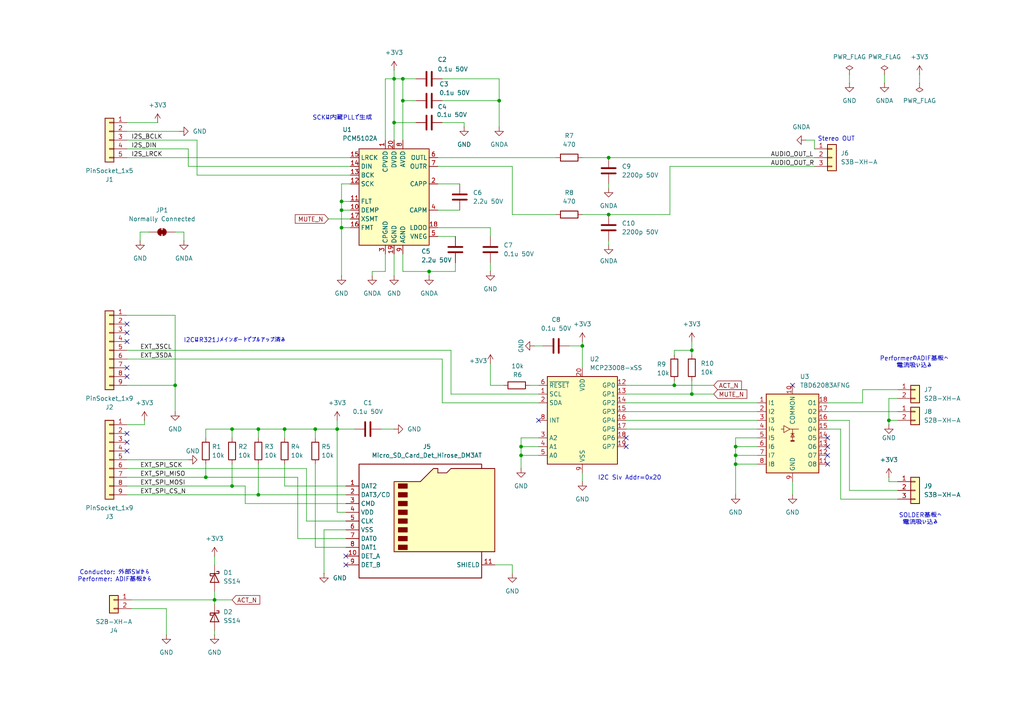
<source format=kicad_sch>
(kicad_sch (version 20250114) (generator "eeschema") (generator_version "9.0")
  (paper "A4")
  (title_block (title "週10で松屋 ADIF基板") (date "2025-11-04") (rev "1.0"))
  (lib_symbols
    (symbol "Audio:PCM5102A"
      (property "Reference" "U" (at -10.16 13.97 0))
      (property "Value" "PCM5102A" (at 3.81 13.97 0))
      (symbol "PCM5102A_0_1"
        (rectangle (start -10.16 12.7) (end 10.16 -15.24) (stroke (width 0.254)) (fill (type background)))
      )
      (symbol "PCM5102A_1_1"
        (pin input line (at -12.7 10.16 0) (length 2.54) (name "LRCK") (number "15"))
        (pin input line (at -12.7 7.62 0) (length 2.54) (name "DIN") (number "14"))
        (pin input line (at -12.7 5.08 0) (length 2.54) (name "BCK") (number "13"))
        (pin input line (at -12.7 2.54 0) (length 2.54) (name "SCK") (number "12"))
        (pin input line (at -12.7 -2.54 0) (length 2.54) (name "FLT") (number "11"))
        (pin input line (at -12.7 -5.08 0) (length 2.54) (name "DEMP") (number "10"))
        (pin input line (at -12.7 -7.62 0) (length 2.54) (name "XSMT") (number "17"))
        (pin input line (at -12.7 -10.16 0) (length 2.54) (name "FMT") (number "16"))
        (pin passive line (at -2.54 15.24 270) (length 2.54) (name "CPVDD") (number "1"))
        (pin power_in line (at -2.54 -17.78 90) (length 2.54) (name "CPGND") (number "3"))
        (pin power_in line (at 0 15.24 270) (length 2.54) (name "DVDD") (number "20"))
        (pin power_in line (at 0 -17.78 90) (length 2.54) (name "DGND") (number "19"))
        (pin power_in line (at 2.54 15.24 270) (length 2.54) (name "AVDD") (number "8"))
        (pin power_in line (at 2.54 -17.78 90) (length 2.54) (name "AGND") (number "9"))
        (pin output line (at 12.7 10.16 180) (length 2.54) (name "OUTL") (number "6"))
        (pin output line (at 12.7 7.62 180) (length 2.54) (name "OUTR") (number "7"))
        (pin passive line (at 12.7 2.54 180) (length 2.54) (name "CAPP") (number "2"))
        (pin passive line (at 12.7 -5.08 180) (length 2.54) (name "CAPM") (number "4"))
        (pin passive line (at 12.7 -10.16 180) (length 2.54) (name "LDOO") (number "18"))
        (pin passive line (at 12.7 -12.7 180) (length 2.54) (name "VNEG") (number "5"))
      )
    )
    (symbol "Connector:Micro_SD_Card_Det_Hirose_DM3AT"
      (property "Reference" "J" (at -16.51 17.78 0))
      (property "Value" "Micro_SD_Card_Det_Hirose_DM3AT" (at 16.51 17.78 0))
      (symbol "Micro_SD_Card_Det_Hirose_DM3AT_0_1"
        (polyline (pts (xy -8.89 -8.89) (xy -8.89 11.43) (xy -1.27 11.43) (xy 2.54 15.24) (xy 3.81 15.24) (xy 3.81 13.97) (xy 6.35 13.97) (xy 7.62 15.24) (xy 20.32 15.24) (xy 20.32 -8.89) (xy -8.89 -8.89)) (stroke (width 0.254)) (fill (type background)))
        (rectangle (start -7.62 10.795) (end -5.08 9.525) (stroke (width 0.254)) (fill (type outline)))
        (rectangle (start -7.62 8.255) (end -5.08 6.985) (stroke (width 0.254)) (fill (type outline)))
        (rectangle (start -7.62 5.715) (end -5.08 4.445) (stroke (width 0.254)) (fill (type outline)))
        (rectangle (start -7.62 3.175) (end -5.08 1.905) (stroke (width 0.254)) (fill (type outline)))
        (rectangle (start -7.62 0.635) (end -5.08 -0.635) (stroke (width 0.254)) (fill (type outline)))
        (rectangle (start -7.62 -1.905) (end -5.08 -3.175) (stroke (width 0.254)) (fill (type outline)))
        (rectangle (start -7.62 -4.445) (end -5.08 -5.715) (stroke (width 0.254)) (fill (type outline)))
        (rectangle (start -7.62 -6.985) (end -5.08 -8.255) (stroke (width 0.254)) (fill (type outline)))
        (polyline (pts (xy 16.51 15.24) (xy 16.51 16.51) (xy -19.05 16.51) (xy -19.05 -16.51) (xy 16.51 -16.51) (xy 16.51 -8.89)) (stroke (width 0.254)))
      )
      (symbol "Micro_SD_Card_Det_Hirose_DM3AT_1_1"
        (pin bidirectional line (at -22.86 10.16 0) (length 3.81) (name "DAT2") (number "1"))
        (pin bidirectional line (at -22.86 7.62 0) (length 3.81) (name "DAT3/CD") (number "2"))
        (pin input line (at -22.86 5.08 0) (length 3.81) (name "CMD") (number "3"))
        (pin power_in line (at -22.86 2.54 0) (length 3.81) (name "VDD") (number "4"))
        (pin input line (at -22.86 0 0) (length 3.81) (name "CLK") (number "5"))
        (pin power_in line (at -22.86 -2.54 0) (length 3.81) (name "VSS") (number "6"))
        (pin bidirectional line (at -22.86 -5.08 0) (length 3.81) (name "DAT0") (number "7"))
        (pin bidirectional line (at -22.86 -7.62 0) (length 3.81) (name "DAT1") (number "8"))
        (pin passive line (at -22.86 -10.16 0) (length 3.81) (name "DET_A") (number "10"))
        (pin passive line (at -22.86 -12.7 0) (length 3.81) (name "DET_B") (number "9"))
        (pin passive line (at 20.32 -12.7 180) (length 3.81) (name "SHIELD") (number "11"))
      )
    )
    (symbol "Connector_Generic:Conn_01x02" (pin_names (offset 1.016) (hide yes))
      (property "Reference" "J" (at 0 2.54 0))
      (property "Value" "Conn_01x02" (at 0 -5.08 0))
      (symbol "Conn_01x02_1_1"
        (rectangle (start -1.27 1.27) (end 1.27 -3.81) (stroke (width 0.254)) (fill (type background)))
        (rectangle (start -1.27 0.127) (end 0 -0.127) (stroke (width 0.1524)))
        (rectangle (start -1.27 -2.413) (end 0 -2.667) (stroke (width 0.1524)))
        (pin passive line (at -5.08 0 0) (length 3.81) (name "Pin_1") (number "1"))
        (pin passive line (at -5.08 -2.54 0) (length 3.81) (name "Pin_2") (number "2"))
      )
    )
    (symbol "Connector_Generic:Conn_01x03" (pin_names (offset 1.016) (hide yes))
      (property "Reference" "J" (at 0 5.08 0))
      (property "Value" "Conn_01x03" (at 0 -5.08 0))
      (symbol "Conn_01x03_1_1"
        (rectangle (start -1.27 3.81) (end 1.27 -3.81) (stroke (width 0.254)) (fill (type background)))
        (rectangle (start -1.27 2.667) (end 0 2.413) (stroke (width 0.1524)))
        (rectangle (start -1.27 0.127) (end 0 -0.127) (stroke (width 0.1524)))
        (rectangle (start -1.27 -2.413) (end 0 -2.667) (stroke (width 0.1524)))
        (pin passive line (at -5.08 2.54 0) (length 3.81) (name "Pin_1") (number "1"))
        (pin passive line (at -5.08 0 0) (length 3.81) (name "Pin_2") (number "2"))
        (pin passive line (at -5.08 -2.54 0) (length 3.81) (name "Pin_3") (number "3"))
      )
    )
    (symbol "Connector_Generic:Conn_01x05" (pin_names (offset 1.016) (hide yes))
      (property "Reference" "J" (at 0 7.62 0))
      (property "Value" "Conn_01x05" (at 0 -7.62 0))
      (symbol "Conn_01x05_1_1"
        (rectangle (start -1.27 6.35) (end 1.27 -6.35) (stroke (width 0.254)) (fill (type background)))
        (rectangle (start -1.27 5.207) (end 0 4.953) (stroke (width 0.1524)))
        (rectangle (start -1.27 2.667) (end 0 2.413) (stroke (width 0.1524)))
        (rectangle (start -1.27 0.127) (end 0 -0.127) (stroke (width 0.1524)))
        (rectangle (start -1.27 -2.413) (end 0 -2.667) (stroke (width 0.1524)))
        (rectangle (start -1.27 -4.953) (end 0 -5.207) (stroke (width 0.1524)))
        (pin passive line (at -5.08 5.08 0) (length 3.81) (name "Pin_1") (number "1"))
        (pin passive line (at -5.08 2.54 0) (length 3.81) (name "Pin_2") (number "2"))
        (pin passive line (at -5.08 0 0) (length 3.81) (name "Pin_3") (number "3"))
        (pin passive line (at -5.08 -2.54 0) (length 3.81) (name "Pin_4") (number "4"))
        (pin passive line (at -5.08 -5.08 0) (length 3.81) (name "Pin_5") (number "5"))
      )
    )
    (symbol "Connector_Generic:Conn_01x09" (pin_names (offset 1.016) (hide yes))
      (property "Reference" "J" (at 0 12.7 0))
      (property "Value" "Conn_01x09" (at 0 -12.7 0))
      (symbol "Conn_01x09_1_1"
        (rectangle (start -1.27 11.43) (end 1.27 -11.43) (stroke (width 0.254)) (fill (type background)))
        (rectangle (start -1.27 10.287) (end 0 10.033) (stroke (width 0.1524)))
        (rectangle (start -1.27 7.747) (end 0 7.493) (stroke (width 0.1524)))
        (rectangle (start -1.27 5.207) (end 0 4.953) (stroke (width 0.1524)))
        (rectangle (start -1.27 2.667) (end 0 2.413) (stroke (width 0.1524)))
        (rectangle (start -1.27 0.127) (end 0 -0.127) (stroke (width 0.1524)))
        (rectangle (start -1.27 -2.413) (end 0 -2.667) (stroke (width 0.1524)))
        (rectangle (start -1.27 -4.953) (end 0 -5.207) (stroke (width 0.1524)))
        (rectangle (start -1.27 -7.493) (end 0 -7.747) (stroke (width 0.1524)))
        (rectangle (start -1.27 -10.033) (end 0 -10.287) (stroke (width 0.1524)))
        (pin passive line (at -5.08 10.16 0) (length 3.81) (name "Pin_1") (number "1"))
        (pin passive line (at -5.08 7.62 0) (length 3.81) (name "Pin_2") (number "2"))
        (pin passive line (at -5.08 5.08 0) (length 3.81) (name "Pin_3") (number "3"))
        (pin passive line (at -5.08 2.54 0) (length 3.81) (name "Pin_4") (number "4"))
        (pin passive line (at -5.08 0 0) (length 3.81) (name "Pin_5") (number "5"))
        (pin passive line (at -5.08 -2.54 0) (length 3.81) (name "Pin_6") (number "6"))
        (pin passive line (at -5.08 -5.08 0) (length 3.81) (name "Pin_7") (number "7"))
        (pin passive line (at -5.08 -7.62 0) (length 3.81) (name "Pin_8") (number "8"))
        (pin passive line (at -5.08 -10.16 0) (length 3.81) (name "Pin_9") (number "9"))
      )
    )
    (symbol "Device:C" (pin_numbers (hide yes)) (pin_names (offset 0.254))
      (property "Reference" "C" (at 0.635 2.54 0))
      (property "Value" "C" (at 0.635 -2.54 0))
      (symbol "C_0_1"
        (polyline (pts (xy -2.032 0.762) (xy 2.032 0.762)) (stroke (width 0.508)))
        (polyline (pts (xy -2.032 -0.762) (xy 2.032 -0.762)) (stroke (width 0.508)))
      )
      (symbol "C_1_1"
        (pin passive line (at 0 3.81 270) (length 2.794) (name "~") (number "1"))
        (pin passive line (at 0 -3.81 90) (length 2.794) (name "~") (number "2"))
      )
    )
    (symbol "Device:R" (pin_numbers (hide yes)) (pin_names (offset 0))
      (property "Reference" "R" (at 2.032 0 90))
      (property "Value" "R" (at 0 0 90))
      (symbol "R_0_1"
        (rectangle (start -1.016 -2.54) (end 1.016 2.54) (stroke (width 0.254)))
      )
      (symbol "R_1_1"
        (pin passive line (at 0 3.81 270) (length 1.27) (name "~") (number "1"))
        (pin passive line (at 0 -3.81 90) (length 1.27) (name "~") (number "2"))
      )
    )
    (symbol "Diode:SS14" (pin_numbers (hide yes)) (pin_names (offset 1.016) (hide yes))
      (property "Reference" "D" (at 0 2.54 0))
      (property "Value" "SS14" (at 0 -2.54 0))
      (symbol "SS14_0_1"
        (polyline (pts (xy -1.905 0.635) (xy -1.905 1.27) (xy -1.27 1.27) (xy -1.27 -1.27) (xy -0.635 -1.27) (xy -0.635 -0.635)) (stroke (width 0.254)))
        (polyline (pts (xy 1.27 1.27) (xy 1.27 -1.27) (xy -1.27 0) (xy 1.27 1.27)) (stroke (width 0.254)))
        (polyline (pts (xy 1.27 0) (xy -1.27 0)))
      )
      (symbol "SS14_1_1"
        (pin passive line (at -3.81 0 0) (length 2.54) (name "K") (number "1"))
        (pin passive line (at 3.81 0 180) (length 2.54) (name "A") (number "2"))
      )
    )
    (symbol "Interface_Expansion:MCP23008-xSS"
      (property "Reference" "U" (at -8.89 13.97 0))
      (property "Value" "MCP23008-xSS" (at 8.89 13.97 0))
      (symbol "MCP23008-xSS_0_1"
        (rectangle (start -10.16 12.7) (end 10.16 -12.7) (stroke (width 0.254)) (fill (type background)))
      )
      (symbol "MCP23008-xSS_1_1"
        (pin input line (at -12.7 10.16 0) (length 2.54) (name "~{RESET}") (number "6"))
        (pin input line (at -12.7 7.62 0) (length 2.54) (name "SCL") (number "1"))
        (pin bidirectional line (at -12.7 5.08 0) (length 2.54) (name "SDA") (number "2"))
        (pin output line (at -12.7 0 0) (length 2.54) (name "INT") (number "8"))
        (pin input line (at -12.7 -5.08 0) (length 2.54) (name "A2") (number "3"))
        (pin input line (at -12.7 -7.62 0) (length 2.54) (name "A1") (number "4"))
        (pin input line (at -12.7 -10.16 0) (length 2.54) (name "A0") (number "5"))
        (pin no_connect line (at -10.16 2.54 0) (length 2.54) (hide yes) (name "NC") (number "7"))
        (pin no_connect line (at -10.16 -2.54 0) (length 2.54) (hide yes) (name "NC") (number "10"))
        (pin power_in line (at 0 15.24 270) (length 2.54) (name "VDD") (number "20"))
        (pin power_in line (at 0 -15.24 90) (length 2.54) (name "VSS") (number "9"))
        (pin no_connect line (at 10.16 -10.16 180) (length 2.54) (hide yes) (name "NC") (number "11"))
        (pin bidirectional line (at 12.7 10.16 180) (length 2.54) (name "GP0") (number "12"))
        (pin bidirectional line (at 12.7 7.62 180) (length 2.54) (name "GP1") (number "13"))
        (pin bidirectional line (at 12.7 5.08 180) (length 2.54) (name "GP2") (number "14"))
        (pin bidirectional line (at 12.7 2.54 180) (length 2.54) (name "GP3") (number "15"))
        (pin bidirectional line (at 12.7 0 180) (length 2.54) (name "GP4") (number "16"))
        (pin bidirectional line (at 12.7 -2.54 180) (length 2.54) (name "GP5") (number "17"))
        (pin bidirectional line (at 12.7 -5.08 180) (length 2.54) (name "GP6") (number "18"))
        (pin bidirectional line (at 12.7 -7.62 180) (length 2.54) (name "GP7") (number "19"))
      )
    )
    (symbol "Jumper:SolderJumper_2_Bridged" (pin_numbers (hide yes)) (pin_names (offset 0) (hide yes)) (in_bom no)
      (property "Reference" "JP" (at 0 2.032 0))
      (property "Value" "SolderJumper_2_Bridged" (at 0 -2.54 0))
      (symbol "SolderJumper_2_Bridged_0_1"
        (rectangle (start -0.508 0.508) (end 0.508 -0.508) (fill (type outline)))
        (polyline (pts (xy -0.254 1.016) (xy -0.254 -1.016)))
        (arc (start -0.254 -1.016) (mid -1.2656 0) (end -0.254 1.016))
        (arc (start -0.254 -1.016) (mid -1.2656 0) (end -0.254 1.016) (fill (type outline)))
        (arc (start 0.254 1.016) (mid 1.2656 0) (end 0.254 -1.016))
        (arc (start 0.254 1.016) (mid 1.2656 0) (end 0.254 -1.016) (fill (type outline)))
        (polyline (pts (xy 0.254 1.016) (xy 0.254 -1.016)))
      )
      (symbol "SolderJumper_2_Bridged_1_1"
        (pin passive line (at -3.81 0 0) (length 2.54) (name "A") (number "1"))
        (pin passive line (at 3.81 0 180) (length 2.54) (name "B") (number "2"))
      )
    )
    (symbol "RoboCon2025_ADIF:TBD62083A"
      (property "Reference" "U" (at -7.62 11.43 0))
      (property "Value" "TBD62083A" (at 1.27 11.43 0))
      (symbol "TBD62083A_0_1"
        (rectangle (start -7.62 10.16) (end 7.62 -12.7) (stroke (width 0.254)) (fill (type background)))
        (polyline (pts (xy -3.302 0) (xy -2.54 0) (xy -2.54 1.016) (xy -0.762 0) (xy -2.54 -1.016) (xy -2.54 0)))
        (polyline (pts (xy -1.778 2.794) (xy -1.778 2.794)) (stroke (width 0.254)))
        (polyline (pts (xy -1.778 2.032) (xy -1.778 2.032)) (stroke (width 0.254)))
        (polyline (pts (xy -1.778 1.27) (xy -1.778 1.27)) (stroke (width 0.254)))
        (polyline (pts (xy -1.778 -1.27) (xy -1.778 -1.27)) (stroke (width 0.254)))
        (polyline (pts (xy -1.778 -2.032) (xy -1.778 -2.032)) (stroke (width 0.254)))
        (polyline (pts (xy -1.778 -2.794) (xy -1.778 -2.794)) (stroke (width 0.254)))
        (polyline (pts (xy -0.762 0) (xy 1.778 0)))
        (polyline (pts (xy -0.508 -1.27) (xy 0.508 -1.27)))
        (rectangle (start -0.508 -3.302) (end 0.508 -3.556) (fill (type outline)))
        (polyline (pts (xy 0 0) (xy 0 0)) (stroke (width 0.508)))
        (polyline (pts (xy 0 0) (xy 0 -3.302)))
        (polyline (pts (xy 0 -1.27) (xy -0.508 -2.286) (xy 0.508 -2.286) (xy 0 -1.27)))
      )
      (symbol "TBD62083A_1_1"
        (pin input line (at -10.16 7.62 0) (length 2.54) (name "I1") (number "1"))
        (pin input line (at -10.16 5.08 0) (length 2.54) (name "I2") (number "2"))
        (pin input line (at -10.16 2.54 0) (length 2.54) (name "I3") (number "3"))
        (pin input line (at -10.16 0 0) (length 2.54) (name "I4") (number "4"))
        (pin input line (at -10.16 -2.54 0) (length 2.54) (name "I5") (number "5"))
        (pin input line (at -10.16 -5.08 0) (length 2.54) (name "I6") (number "6"))
        (pin input line (at -10.16 -7.62 0) (length 2.54) (name "I7") (number "7"))
        (pin input line (at -10.16 -10.16 0) (length 2.54) (name "I8") (number "8"))
        (pin power_in line (at 0 12.7 270) (length 2.54) (name "COMMON") (number "10"))
        (pin power_in line (at 0 -15.24 90) (length 2.54) (name "GND") (number "9"))
        (pin open_emitter line (at 10.16 7.62 180) (length 2.54) (name "O1") (number "18"))
        (pin open_emitter line (at 10.16 5.08 180) (length 2.54) (name "O2") (number "17"))
        (pin open_emitter line (at 10.16 2.54 180) (length 2.54) (name "O3") (number "16"))
        (pin open_emitter line (at 10.16 0 180) (length 2.54) (name "O4") (number "15"))
        (pin open_emitter line (at 10.16 -2.54 180) (length 2.54) (name "O5") (number "14"))
        (pin open_emitter line (at 10.16 -5.08 180) (length 2.54) (name "O6") (number "13"))
        (pin open_emitter line (at 10.16 -7.62 180) (length 2.54) (name "O7") (number "12"))
        (pin open_emitter line (at 10.16 -10.16 180) (length 2.54) (name "O8") (number "11"))
      )
    )
    (symbol "power:+3V3" (power) (pin_numbers (hide yes)) (pin_names (offset 0) (hide yes))
      (property "Value" "+3V3" (at 0 3.556 0))
      (symbol "+3V3_0_1"
        (polyline (pts (xy -0.762 1.27) (xy 0 2.54)))
        (polyline (pts (xy 0 2.54) (xy 0.762 1.27)))
        (polyline (pts (xy 0 0) (xy 0 2.54)))
      )
      (symbol "+3V3_1_1"
        (pin power_in line (at 0 0 90) (length 0) (name "~") (number "1"))
      )
    )
    (symbol "power:GND" (power) (pin_numbers (hide yes)) (pin_names (offset 0) (hide yes))
      (property "Value" "GND" (at 0 -3.81 0))
      (symbol "GND_0_1"
        (polyline (pts (xy 0 0) (xy 0 -1.27) (xy 1.27 -1.27) (xy 0 -2.54) (xy -1.27 -1.27) (xy 0 -1.27)))
      )
      (symbol "GND_1_1"
        (pin power_in line (at 0 0 270) (length 0) (name "~") (number "1"))
      )
    )
    (symbol "power:GNDA" (power) (pin_numbers (hide yes)) (pin_names (offset 0) (hide yes))
      (property "Value" "GNDA" (at 0 -3.81 0))
      (symbol "GNDA_0_1"
        (polyline (pts (xy 0 0) (xy 0 -1.27) (xy 1.27 -1.27) (xy 0 -2.54) (xy -1.27 -1.27) (xy 0 -1.27)))
      )
      (symbol "GNDA_1_1"
        (pin power_in line (at 0 0 270) (length 0) (name "~") (number "1"))
      )
    )
    (symbol "power:PWR_FLAG" (power) (pin_numbers (hide yes)) (pin_names (offset 0) (hide yes))
      (property "Value" "PWR_FLAG" (at 0 3.81 0))
      (symbol "PWR_FLAG_0_0"
        (pin power_out line (at 0 0 90) (length 0) (name "~") (number "1"))
      )
      (symbol "PWR_FLAG_0_1"
        (polyline (pts (xy 0 0) (xy 0 1.27) (xy -1.016 1.905) (xy 0 2.54) (xy 1.016 1.905) (xy 0 1.27)))
      )
    )
  )
  (text "SCKは内蔵PLLで生成" (at 99.314 34.29 0) (effects (font (size 1.27 1.27))))
  (text "I2C Slv Addr=0x20" (at 182.626 138.684 0) (effects (font (size 1.27 1.27))))
  (text "PerformerのADIF基板へ\n電流吸い込み" (at 265.176 105.156 0) (effects (font (size 1.27 1.27))))
  (text "Conductor: 外部SWから\nPerformer: ADIF基板から" (at 33.274 167.132 0) (effects (font (size 1.27 1.27))))
  (text "I2CはR321Jメインボードでプルアップ済み" (at 68.072 98.806 0) (effects (font (size 1.27 1.27))))
  (text "Stereo OUT" (at 242.57 40.386 0) (effects (font (size 1.27 1.27))))
  (text "SOLDER基板へ\n電流吸い込み" (at 266.954 150.622 0) (effects (font (size 1.27 1.27))))
  (junction (at 200.66 114.3))
  (junction (at 99.06 66.04))
  (junction (at 213.36 132.08))
  (junction (at 116.84 29.21))
  (junction (at 200.66 101.6))
  (junction (at 144.78 29.21))
  (junction (at 114.3 35.56))
  (junction (at 99.06 58.42))
  (junction (at 62.23 173.99))
  (junction (at 176.53 62.23))
  (junction (at 97.79 124.46))
  (junction (at 59.69 138.43))
  (junction (at 213.36 129.54))
  (junction (at 74.93 143.51))
  (junction (at 151.13 129.54))
  (junction (at 82.55 124.46))
  (junction (at 67.31 140.97))
  (junction (at 176.53 45.72))
  (junction (at 124.46 78.74))
  (junction (at 213.36 134.62))
  (junction (at 114.3 22.86))
  (junction (at 74.93 124.46))
  (junction (at 151.13 132.08))
  (junction (at 50.8 111.76))
  (junction (at 99.06 60.96))
  (junction (at 195.58 111.76))
  (junction (at 116.84 22.86))
  (junction (at 91.44 124.46))
  (junction (at 67.31 124.46))
  (junction (at 257.81 121.92))
  (junction (at 168.91 100.33))
  (no_connect (at 36.83 109.22))
  (no_connect (at 181.61 127))
  (no_connect (at 240.03 134.62))
  (no_connect (at 36.83 96.52))
  (no_connect (at 36.83 106.68))
  (no_connect (at 181.61 129.54))
  (no_connect (at 36.83 125.73))
  (no_connect (at 100.33 161.29))
  (no_connect (at 240.03 132.08))
  (no_connect (at 240.03 127))
  (no_connect (at 156.21 121.92))
  (no_connect (at 36.83 99.06))
  (no_connect (at 36.83 93.98))
  (no_connect (at 229.87 111.76))
  (no_connect (at 100.33 163.83))
  (no_connect (at 240.03 129.54))
  (no_connect (at 36.83 128.27))
  (no_connect (at 36.83 130.81))
  (wire (pts (xy 74.93 134.62) (xy 74.93 143.51)))
  (wire (pts (xy 168.91 137.16) (xy 168.91 139.7)))
  (wire (pts (xy 82.55 124.46) (xy 91.44 124.46)))
  (wire (pts (xy 67.31 124.46) (xy 67.31 127)))
  (wire (pts (xy 181.61 116.84) (xy 219.71 116.84)))
  (wire (pts (xy 213.36 129.54) (xy 213.36 127)))
  (wire (pts (xy 181.61 124.46) (xy 219.71 124.46)))
  (wire (pts (xy 153.67 111.76) (xy 156.21 111.76)))
  (wire (pts (xy 240.03 124.46) (xy 243.84 124.46)))
  (wire (pts (xy 128.27 116.84) (xy 156.21 116.84)))
  (wire (pts (xy 250.19 113.03) (xy 260.35 113.03)))
  (wire (pts (xy 219.71 127) (xy 213.36 127)))
  (wire (pts (xy 114.3 35.56) (xy 120.65 35.56)))
  (wire (pts (xy 97.79 124.46) (xy 102.87 124.46)))
  (wire (pts (xy 144.78 22.86) (xy 144.78 29.21)))
  (wire (pts (xy 36.83 133.35) (xy 54.61 133.35)))
  (wire (pts (xy 114.3 73.66) (xy 114.3 80.01)))
  (wire (pts (xy 151.13 127) (xy 156.21 127)))
  (wire (pts (xy 54.61 43.18) (xy 54.61 48.26)))
  (wire (pts (xy 266.7 21.59) (xy 266.7 24.13)))
  (wire (pts (xy 88.9 135.89) (xy 88.9 151.13)))
  (wire (pts (xy 151.13 135.89) (xy 151.13 132.08)))
  (wire (pts (xy 213.36 134.62) (xy 213.36 143.51)))
  (wire (pts (xy 116.84 29.21) (xy 116.84 40.64)))
  (wire (pts (xy 82.55 140.97) (xy 100.33 140.97)))
  (wire (pts (xy 151.13 129.54) (xy 151.13 127)))
  (wire (pts (xy 213.36 129.54) (xy 219.71 129.54)))
  (wire (pts (xy 111.76 22.86) (xy 114.3 22.86)))
  (wire (pts (xy 142.24 76.2) (xy 142.24 78.74)))
  (wire (pts (xy 36.83 101.6) (xy 130.81 101.6)))
  (wire (pts (xy 67.31 140.97) (xy 71.12 140.97)))
  (wire (pts (xy 168.91 45.72) (xy 176.53 45.72)))
  (wire (pts (xy 236.22 40.64) (xy 236.22 43.18)))
  (wire (pts (xy 114.3 22.86) (xy 114.3 35.56)))
  (wire (pts (xy 148.59 62.23) (xy 161.29 62.23)))
  (wire (pts (xy 257.81 121.92) (xy 257.81 123.19)))
  (wire (pts (xy 40.64 67.31) (xy 43.18 67.31)))
  (wire (pts (xy 91.44 124.46) (xy 97.79 124.46)))
  (wire (pts (xy 107.95 78.74) (xy 107.95 80.01)))
  (wire (pts (xy 181.61 119.38) (xy 219.71 119.38)))
  (wire (pts (xy 200.66 110.49) (xy 200.66 114.3)))
  (wire (pts (xy 176.53 45.72) (xy 236.22 45.72)))
  (wire (pts (xy 116.84 22.86) (xy 116.84 29.21)))
  (wire (pts (xy 250.19 113.03) (xy 250.19 116.84)))
  (wire (pts (xy 99.06 60.96) (xy 99.06 66.04)))
  (wire (pts (xy 243.84 124.46) (xy 243.84 144.78)))
  (wire (pts (xy 114.3 35.56) (xy 114.3 40.64)))
  (wire (pts (xy 86.36 138.43) (xy 86.36 156.21)))
  (wire (pts (xy 213.36 132.08) (xy 219.71 132.08)))
  (wire (pts (xy 130.81 114.3) (xy 156.21 114.3)))
  (wire (pts (xy 57.15 50.8) (xy 101.6 50.8)))
  (wire (pts (xy 99.06 80.01) (xy 99.06 66.04)))
  (wire (pts (xy 82.55 134.62) (xy 82.55 140.97)))
  (wire (pts (xy 213.36 129.54) (xy 213.36 132.08)))
  (wire (pts (xy 110.49 124.46) (xy 114.3 124.46)))
  (wire (pts (xy 213.36 132.08) (xy 213.36 134.62)))
  (wire (pts (xy 67.31 124.46) (xy 74.93 124.46)))
  (wire (pts (xy 116.84 22.86) (xy 114.3 22.86)))
  (wire (pts (xy 100.33 153.67) (xy 93.98 153.67)))
  (wire (pts (xy 229.87 139.7) (xy 229.87 143.51)))
  (wire (pts (xy 97.79 121.92) (xy 97.79 124.46)))
  (wire (pts (xy 53.34 69.85) (xy 53.34 67.31)))
  (wire (pts (xy 144.78 29.21) (xy 144.78 36.83)))
  (wire (pts (xy 91.44 124.46) (xy 91.44 127)))
  (wire (pts (xy 142.24 111.76) (xy 146.05 111.76)))
  (wire (pts (xy 127 53.34) (xy 133.35 53.34)))
  (wire (pts (xy 111.76 22.86) (xy 111.76 40.64)))
  (wire (pts (xy 38.1 173.99) (xy 62.23 173.99)))
  (wire (pts (xy 176.53 69.85) (xy 176.53 71.12)))
  (wire (pts (xy 50.8 111.76) (xy 50.8 119.38)))
  (wire (pts (xy 99.06 53.34) (xy 101.6 53.34)))
  (wire (pts (xy 127 48.26) (xy 148.59 48.26)))
  (wire (pts (xy 194.31 48.26) (xy 236.22 48.26)))
  (wire (pts (xy 257.81 139.7) (xy 260.35 139.7)))
  (wire (pts (xy 151.13 129.54) (xy 156.21 129.54)))
  (wire (pts (xy 128.27 104.14) (xy 128.27 116.84)))
  (wire (pts (xy 195.58 101.6) (xy 200.66 101.6)))
  (wire (pts (xy 59.69 124.46) (xy 67.31 124.46)))
  (wire (pts (xy 133.35 60.96) (xy 127 60.96)))
  (wire (pts (xy 111.76 73.66) (xy 111.76 78.74)))
  (wire (pts (xy 195.58 102.87) (xy 195.58 101.6)))
  (wire (pts (xy 36.83 104.14) (xy 128.27 104.14)))
  (wire (pts (xy 36.83 45.72) (xy 101.6 45.72)))
  (wire (pts (xy 168.91 99.06) (xy 168.91 100.33)))
  (wire (pts (xy 127 45.72) (xy 161.29 45.72)))
  (wire (pts (xy 91.44 158.75) (xy 100.33 158.75)))
  (wire (pts (xy 257.81 115.57) (xy 260.35 115.57)))
  (wire (pts (xy 195.58 111.76) (xy 207.01 111.76)))
  (wire (pts (xy 91.44 134.62) (xy 91.44 158.75)))
  (wire (pts (xy 128.27 35.56) (xy 134.62 35.56)))
  (wire (pts (xy 36.83 111.76) (xy 50.8 111.76)))
  (wire (pts (xy 200.66 101.6) (xy 200.66 102.87)))
  (wire (pts (xy 59.69 134.62) (xy 59.69 138.43)))
  (wire (pts (xy 97.79 148.59) (xy 100.33 148.59)))
  (wire (pts (xy 151.13 132.08) (xy 156.21 132.08)))
  (wire (pts (xy 116.84 22.86) (xy 120.65 22.86)))
  (wire (pts (xy 181.61 121.92) (xy 219.71 121.92)))
  (wire (pts (xy 148.59 163.83) (xy 143.51 163.83)))
  (wire (pts (xy 257.81 138.43) (xy 257.81 139.7)))
  (wire (pts (xy 134.62 35.56) (xy 134.62 36.83)))
  (wire (pts (xy 36.83 35.56) (xy 45.72 35.56)))
  (wire (pts (xy 36.83 143.51) (xy 74.93 143.51)))
  (wire (pts (xy 74.93 124.46) (xy 74.93 127)))
  (wire (pts (xy 36.83 38.1) (xy 52.07 38.1)))
  (wire (pts (xy 181.61 111.76) (xy 195.58 111.76)))
  (wire (pts (xy 240.03 119.38) (xy 260.35 119.38)))
  (wire (pts (xy 257.81 115.57) (xy 257.81 121.92)))
  (wire (pts (xy 48.26 176.53) (xy 48.26 184.15)))
  (wire (pts (xy 151.13 132.08) (xy 151.13 129.54)))
  (wire (pts (xy 128.27 22.86) (xy 144.78 22.86)))
  (wire (pts (xy 53.34 67.31) (xy 50.8 67.31)))
  (wire (pts (xy 41.91 121.92) (xy 41.91 123.19)))
  (wire (pts (xy 200.66 114.3) (xy 207.01 114.3)))
  (wire (pts (xy 250.19 116.84) (xy 240.03 116.84)))
  (wire (pts (xy 95.25 63.5) (xy 101.6 63.5)))
  (wire (pts (xy 59.69 127) (xy 59.69 124.46)))
  (wire (pts (xy 132.08 76.2) (xy 132.08 78.74)))
  (wire (pts (xy 148.59 163.83) (xy 148.59 166.37)))
  (wire (pts (xy 71.12 140.97) (xy 71.12 146.05)))
  (wire (pts (xy 82.55 124.46) (xy 82.55 127)))
  (wire (pts (xy 36.83 138.43) (xy 59.69 138.43)))
  (wire (pts (xy 99.06 53.34) (xy 99.06 58.42)))
  (wire (pts (xy 93.98 153.67) (xy 93.98 166.37)))
  (wire (pts (xy 154.94 100.33) (xy 157.48 100.33)))
  (wire (pts (xy 116.84 78.74) (xy 124.46 78.74)))
  (wire (pts (xy 101.6 60.96) (xy 99.06 60.96)))
  (wire (pts (xy 165.1 100.33) (xy 168.91 100.33)))
  (wire (pts (xy 181.61 114.3) (xy 200.66 114.3)))
  (wire (pts (xy 127 68.58) (xy 132.08 68.58)))
  (wire (pts (xy 36.83 140.97) (xy 67.31 140.97)))
  (wire (pts (xy 176.53 53.34) (xy 176.53 54.61)))
  (wire (pts (xy 246.38 121.92) (xy 246.38 142.24)))
  (wire (pts (xy 142.24 66.04) (xy 142.24 68.58)))
  (wire (pts (xy 127 66.04) (xy 142.24 66.04)))
  (wire (pts (xy 148.59 48.26) (xy 148.59 62.23)))
  (wire (pts (xy 99.06 66.04) (xy 101.6 66.04)))
  (wire (pts (xy 124.46 80.01) (xy 124.46 78.74)))
  (wire (pts (xy 74.93 143.51) (xy 100.33 143.51)))
  (wire (pts (xy 130.81 101.6) (xy 130.81 114.3)))
  (wire (pts (xy 40.64 69.85) (xy 40.64 67.31)))
  (wire (pts (xy 194.31 62.23) (xy 176.53 62.23)))
  (wire (pts (xy 57.15 40.64) (xy 57.15 50.8)))
  (wire (pts (xy 54.61 48.26) (xy 101.6 48.26)))
  (wire (pts (xy 111.76 78.74) (xy 107.95 78.74)))
  (wire (pts (xy 246.38 121.92) (xy 240.03 121.92)))
  (wire (pts (xy 256.54 21.59) (xy 256.54 24.13)))
  (wire (pts (xy 36.83 91.44) (xy 50.8 91.44)))
  (wire (pts (xy 62.23 173.99) (xy 62.23 175.26)))
  (wire (pts (xy 71.12 146.05) (xy 100.33 146.05)))
  (wire (pts (xy 59.69 138.43) (xy 86.36 138.43)))
  (wire (pts (xy 116.84 29.21) (xy 120.65 29.21)))
  (wire (pts (xy 195.58 110.49) (xy 195.58 111.76)))
  (wire (pts (xy 62.23 171.45) (xy 62.23 173.99)))
  (wire (pts (xy 233.68 40.64) (xy 236.22 40.64)))
  (wire (pts (xy 194.31 48.26) (xy 194.31 62.23)))
  (wire (pts (xy 62.23 182.88) (xy 62.23 184.15)))
  (wire (pts (xy 257.81 121.92) (xy 260.35 121.92)))
  (wire (pts (xy 97.79 124.46) (xy 97.79 148.59)))
  (wire (pts (xy 74.93 124.46) (xy 82.55 124.46)))
  (wire (pts (xy 246.38 142.24) (xy 260.35 142.24)))
  (wire (pts (xy 246.38 21.59) (xy 246.38 24.13)))
  (wire (pts (xy 114.3 20.32) (xy 114.3 22.86)))
  (wire (pts (xy 41.91 123.19) (xy 36.83 123.19)))
  (wire (pts (xy 243.84 144.78) (xy 260.35 144.78)))
  (wire (pts (xy 36.83 40.64) (xy 57.15 40.64)))
  (wire (pts (xy 101.6 58.42) (xy 99.06 58.42)))
  (wire (pts (xy 62.23 173.99) (xy 67.31 173.99)))
  (wire (pts (xy 142.24 105.41) (xy 142.24 111.76)))
  (wire (pts (xy 168.91 100.33) (xy 168.91 106.68)))
  (wire (pts (xy 128.27 29.21) (xy 144.78 29.21)))
  (wire (pts (xy 99.06 58.42) (xy 99.06 60.96)))
  (wire (pts (xy 62.23 161.29) (xy 62.23 163.83)))
  (wire (pts (xy 36.83 43.18) (xy 54.61 43.18)))
  (wire (pts (xy 88.9 151.13) (xy 100.33 151.13)))
  (wire (pts (xy 213.36 134.62) (xy 219.71 134.62)))
  (wire (pts (xy 50.8 91.44) (xy 50.8 111.76)))
  (wire (pts (xy 168.91 62.23) (xy 176.53 62.23)))
  (wire (pts (xy 86.36 156.21) (xy 100.33 156.21)))
  (wire (pts (xy 116.84 73.66) (xy 116.84 78.74)))
  (wire (pts (xy 67.31 134.62) (xy 67.31 140.97)))
  (wire (pts (xy 38.1 176.53) (xy 48.26 176.53)))
  (wire (pts (xy 200.66 99.06) (xy 200.66 101.6)))
  (wire (pts (xy 36.83 135.89) (xy 88.9 135.89)))
  (wire (pts (xy 124.46 78.74) (xy 132.08 78.74)))
  (label "AUDIO_OUT_L" (at 223.52 45.72 0))
  (label "AUDIO_OUT_R" (at 223.52 48.26 0))
  (label "I2S_DIN" (at 38.1 43.18 0))
  (label "EXT_3SDA" (at 40.64 104.14 0))
  (label "EXT_SPI_SCK" (at 40.64 135.89 0))
  (label "I2S_LRCK" (at 38.1 45.72 0))
  (label "EXT_SPI_MOSI" (at 40.64 140.97 0))
  (label "I2S_BCLK" (at 38.1 40.64 0))
  (label "EXT_SPI_CS_N" (at 40.64 143.51 0))
  (label "EXT_SPI_MISO" (at 40.64 138.43 0))
  (label "EXT_3SCL" (at 40.64 101.6 0))
  (global_label "ACT_N" (shape input) (at 207.01 111.76 0) (property "Intersheetrefs" "${INTERSHEET_REFS}" (effects (hide yes))))
  (global_label "MUTE_N" (shape input) (at 95.25 63.5 180) (property "Intersheetrefs" "${INTERSHEET_REFS}" (effects (hide yes))))
  (global_label "ACT_N" (shape input) (at 67.31 173.99 0) (property "Intersheetrefs" "${INTERSHEET_REFS}" (effects (hide yes))))
  (global_label "MUTE_N" (shape input) (at 207.01 114.3 0) (property "Intersheetrefs" "${INTERSHEET_REFS}" (effects (hide yes))))
  (symbol (lib_id "power:GND") (at 54.61 133.35 90) (unit 1)
    (property "Reference" "#PWR08" (effects (hide yes)))
    (property "Value" "GND" (at 53.848 130.81 90) (effects (justify right)))
    (property "Description" "Power symbol creates a global label with name \"GND\" , ground" (effects (hide yes)))
  )
  (symbol (lib_id "power:PWR_FLAG") (at 256.54 21.59 0) (unit 1)
    (property "Reference" "#FLG02" (effects (hide yes)))
    (property "Value" "PWR_FLAG" (at 256.54 16.51 0))
    (property "Description" "Special symbol for telling ERC where power comes from" (effects (hide yes)))
  )
  (symbol (lib_id "Device:C") (at 142.24 72.39 0) (unit 1)
    (property "Reference" "C7" (at 146.05 71.1199 0) (effects (justify left)))
    (property "Value" "0.1u 50V" (at 146.05 73.6599 0) (effects (justify left)))
    (property "Footprint" "Capacitor_SMD:C_0603_1608Metric_Pad1.08x0.95mm_HandSolder" (effects (hide yes)))
    (property "Description" "Unpolarized capacitor" (effects (hide yes)))
  )
  (symbol (lib_id "Device:C") (at 133.35 57.15 180) (unit 1)
    (property "Reference" "C6" (at 137.16 55.8799 0) (effects (justify right)))
    (property "Value" "2.2u 50V" (at 137.16 58.4199 0) (effects (justify right)))
    (property "Footprint" "Capacitor_SMD:C_0603_1608Metric_Pad1.08x0.95mm_HandSolder" (effects (hide yes)))
    (property "Description" "Unpolarized capacitor" (effects (hide yes)))
  )
  (symbol (lib_id "power:GND") (at 48.26 184.15 0) (unit 1)
    (property "Reference" "#PWR04" (effects (hide yes)))
    (property "Value" "GND" (at 48.26 189.23 0))
    (property "Description" "Power symbol creates a global label with name \"GND\" , ground" (effects (hide yes)))
  )
  (symbol (lib_id "power:GND") (at 50.8 119.38 0) (unit 1)
    (property "Reference" "#PWR05" (effects (hide yes)))
    (property "Value" "GND" (at 50.8 124.46 0))
    (property "Description" "Power symbol creates a global label with name \"GND\" , ground" (effects (hide yes)))
  )
  (symbol (lib_id "power:GND") (at 168.91 139.7 0) (unit 1)
    (property "Reference" "#PWR024" (effects (hide yes)))
    (property "Value" "GND" (at 168.91 144.78 0))
    (property "Description" "Power symbol creates a global label with name \"GND\" , ground" (effects (hide yes)))
  )
  (symbol (lib_id "Connector_Generic:Conn_01x02") (at 33.02 173.99 0) (mirror y) (unit 1)
    (property "Reference" "J4" (at 33.02 182.88 0))
    (property "Value" "S2B-XH-A" (at 33.02 180.34 0))
    (property "Footprint" "Connector_JST:JST_XH_S2B-XH-A_1x02_P2.50mm_Horizontal" (effects (hide yes)))
    (property "Description" "Generic connector, single row, 01x02, script generated (kicad-library-utils/schlib/autogen/connector/)" (effects (hide yes)))
  )
  (symbol (lib_id "power:GNDA") (at 53.34 69.85 0) (unit 1)
    (property "Reference" "#PWR07" (effects (hide yes)))
    (property "Value" "GNDA" (at 53.34 74.93 0))
    (property "Description" "Power symbol creates a global label with name \"GNDA\" , analog ground" (effects (hide yes)))
  )
  (symbol (lib_id "power:PWR_FLAG") (at 246.38 21.59 0) (unit 1)
    (property "Reference" "#FLG01" (effects (hide yes)))
    (property "Value" "PWR_FLAG" (at 246.38 16.51 0))
    (property "Description" "Special symbol for telling ERC where power comes from" (effects (hide yes)))
  )
  (symbol (lib_id "Interface_Expansion:MCP23008-xSS") (at 168.91 121.92 0) (unit 1)
    (property "Reference" "U2" (at 171.0533 104.14 0) (effects (justify left)))
    (property "Value" "MCP23008-xSS" (at 171.0533 106.68 0) (effects (justify left)))
    (property "Footprint" "Package_SO:SSOP-20_5.3x7.2mm_P0.65mm" (effects (hide yes)))
    (property "Datasheet" "http://ww1.microchip.com/downloads/en/DeviceDoc/MCP23008-MCP23S08-Data-Sheet-20001919F.pdf" (effects (hide yes)))
    (property "Description" "8-bit I/O expander, I2C, interrupts, SSOP-20" (effects (hide yes)))
  )
  (symbol (lib_id "power:GNDA") (at 107.95 80.01 0) (unit 1)
    (property "Reference" "#PWR036" (effects (hide yes)))
    (property "Value" "GNDA" (at 107.95 85.09 0))
    (property "Description" "Power symbol creates a global label with name \"GNDA\" , analog ground" (effects (hide yes)))
  )
  (symbol (lib_id "power:GND") (at 114.3 80.01 0) (unit 1)
    (property "Reference" "#PWR037" (effects (hide yes)))
    (property "Value" "GND" (at 114.3 85.09 0))
    (property "Description" "Power symbol creates a global label with name \"GND\" , ground" (effects (hide yes)))
  )
  (symbol (lib_id "Connector:Micro_SD_Card_Det_Hirose_DM3AT") (at 123.19 151.13 0) (unit 1)
    (property "Reference" "J5" (at 123.825 129.54 0))
    (property "Value" "Micro_SD_Card_Det_Hirose_DM3AT" (at 123.825 132.08 0))
    (property "Footprint" "Connector_Card:microSD_HC_Hirose_DM3AT-SF-PEJM5" (effects (hide yes)))
    (property "Datasheet" "https://www.hirose.com/product/en/download_file/key_name/DM3/category/Catalog/doc_file_id/49662/?file_category_id=4&item_id=195&is_series=1" (effects (hide yes)))
    (property "Description" "Micro SD Card Socket with card detection pins" (effects (hide yes)))
  )
  (symbol (lib_id "power:GNDA") (at 124.46 80.01 0) (unit 1)
    (property "Reference" "#PWR016" (effects (hide yes)))
    (property "Value" "GNDA" (at 124.46 85.09 0))
    (property "Description" "Power symbol creates a global label with name \"GNDA\" , analog ground" (effects (hide yes)))
  )
  (symbol (lib_id "Audio:PCM5102A") (at 114.3 55.88 0) (unit 1)
    (property "Reference" "U1" (at 99.314 37.592 0) (effects (justify left)))
    (property "Value" "PCM5102A" (at 99.314 40.132 0) (effects (justify left)))
    (property "Footprint" "Package_SO:Texas_PW0020A_TSSOP-20_4.4x6.5mm_P0.65mm" (effects (hide yes)))
    (property "Datasheet" "https://www.ti.com/lit/ds/symlink/pcm5102a.pdf" (effects (hide yes)))
    (property "Description" "2.1 VRMS, 112dB Audio Stereo DAC with PLL and 32-bit, 384kHz PCM Interface, TSSOP-20" (effects (hide yes)))
  )
  (symbol (lib_id "Device:R") (at 91.44 130.81 0) (unit 1)
    (property "Reference" "R5" (at 93.218 129.54 0) (effects (justify left)))
    (property "Value" "10k" (at 93.218 132.08 0) (effects (justify left)))
    (property "Footprint" "Resistor_SMD:R_0603_1608Metric_Pad0.98x0.95mm_HandSolder" (effects (hide yes)))
    (property "Description" "Resistor" (effects (hide yes)))
  )
  (symbol (lib_id "power:GND") (at 257.81 123.19 0) (unit 1)
    (property "Reference" "#PWR033" (effects (hide yes)))
    (property "Value" "GND" (at 257.81 127 0))
    (property "Description" "Power symbol creates a global label with name \"GND\" , ground" (effects (hide yes)))
  )
  (symbol (lib_id "power:GND") (at 40.64 69.85 0) (unit 1)
    (property "Reference" "#PWR01" (effects (hide yes)))
    (property "Value" "GND" (at 40.64 74.93 0))
    (property "Description" "Power symbol creates a global label with name \"GND\" , ground" (effects (hide yes)))
  )
  (symbol (lib_id "Device:C") (at 124.46 22.86 90) (unit 1)
    (property "Reference" "C2" (at 128.27 17.272 90))
    (property "Value" "0.1u 50V" (at 131.318 20.066 90))
    (property "Footprint" "Capacitor_SMD:C_0603_1608Metric_Pad1.08x0.95mm_HandSolder" (effects (hide yes)))
    (property "Description" "Unpolarized capacitor" (effects (hide yes)))
  )
  (symbol (lib_id "power:GNDA") (at 256.54 24.13 0) (unit 1)
    (property "Reference" "#PWR032" (effects (hide yes)))
    (property "Value" "GNDA" (at 256.54 29.21 0))
    (property "Description" "Power symbol creates a global label with name \"GNDA\" , analog ground" (effects (hide yes)))
  )
  (symbol (lib_id "Device:R") (at 67.31 130.81 0) (unit 1)
    (property "Reference" "R2" (at 69.088 129.54 0) (effects (justify left)))
    (property "Value" "10k" (at 69.088 132.08 0) (effects (justify left)))
    (property "Footprint" "Resistor_SMD:R_0603_1608Metric_Pad0.98x0.95mm_HandSolder" (effects (hide yes)))
    (property "Description" "Resistor" (effects (hide yes)))
  )
  (symbol (lib_id "power:+3V3") (at 142.24 105.41 0) (unit 1)
    (property "Reference" "#PWR018" (effects (hide yes)))
    (property "Value" "+3V3" (at 138.684 104.648 0))
    (property "Description" "Power symbol creates a global label with name \"+3V3\"" (effects (hide yes)))
  )
  (symbol (lib_id "Diode:SS14") (at 62.23 179.07 270) (unit 1)
    (property "Reference" "D2" (at 64.77 177.4824 90) (effects (justify left)))
    (property "Value" "SS14" (at 64.77 180.0224 90) (effects (justify left)))
    (property "Footprint" "Diode_SMD:D_SMA" (effects (hide yes)))
    (property "Datasheet" "https://www.vishay.com/docs/88746/ss12.pdf" (effects (hide yes)))
    (property "Description" "40V 1A Schottky Diode, SMA" (effects (hide yes)))
  )
  (symbol (lib_id "Device:R") (at 165.1 45.72 90) (unit 1)
    (property "Reference" "R7" (at 165.1 39.37 90))
    (property "Value" "470" (at 165.1 41.91 90))
    (property "Footprint" "Resistor_SMD:R_0603_1608Metric_Pad0.98x0.95mm_HandSolder" (effects (hide yes)))
    (property "Description" "Resistor" (effects (hide yes)))
  )
  (symbol (lib_id "Device:R") (at 200.66 106.68 0) (unit 1)
    (property "Reference" "R10" (at 203.2 105.4099 0) (effects (justify left)))
    (property "Value" "10k" (at 203.2 107.9499 0) (effects (justify left)))
    (property "Footprint" "Resistor_SMD:R_0603_1608Metric_Pad0.98x0.95mm_HandSolder" (effects (hide yes)))
    (property "Description" "Resistor" (effects (hide yes)))
  )
  (symbol (lib_id "Connector_Generic:Conn_01x09") (at 31.75 133.35 0) (mirror y) (unit 1)
    (property "Reference" "J3" (at 31.75 149.86 0))
    (property "Value" "PinSocket_1x9" (at 31.75 147.32 0))
    (property "Footprint" "Connector_PinHeader_2.54mm:PinHeader_1x09_P2.54mm_Vertical" (effects (hide yes)))
    (property "Description" "Generic connector, single row, 01x09, script generated (kicad-library-utils/schlib/autogen/connector/)" (effects (hide yes)))
  )
  (symbol (lib_id "power:+3V3") (at 45.72 35.56 0) (unit 1)
    (property "Reference" "#PWR03" (effects (hide yes)))
    (property "Value" "+3V3" (at 45.72 30.48 0))
    (property "Description" "Power symbol creates a global label with name \"+3V3\"" (effects (hide yes)))
  )
  (symbol (lib_id "power:GND") (at 114.3 124.46 90) (unit 1)
    (property "Reference" "#PWR015" (effects (hide yes)))
    (property "Value" "GND" (at 118.11 124.4599 90) (effects (justify right)))
    (property "Description" "Power symbol creates a global label with name \"GND\" , ground" (effects (hide yes)))
  )
  (symbol (lib_id "power:GND") (at 99.06 80.01 0) (unit 1)
    (property "Reference" "#PWR013" (effects (hide yes)))
    (property "Value" "GND" (at 99.06 85.09 0))
    (property "Description" "Power symbol creates a global label with name \"GND\" , ground" (effects (hide yes)))
  )
  (symbol (lib_id "Device:R") (at 195.58 106.68 0) (unit 1)
    (property "Reference" "R9" (at 190.5 105.664 0) (effects (justify left)))
    (property "Value" "10k" (at 190.5 108.204 0) (effects (justify left)))
    (property "Footprint" "Resistor_SMD:R_0603_1608Metric_Pad0.98x0.95mm_HandSolder" (effects (hide yes)))
    (property "Description" "Resistor" (effects (hide yes)))
  )
  (symbol (lib_id "power:GND") (at 148.59 166.37 0) (unit 1)
    (property "Reference" "#PWR020" (effects (hide yes)))
    (property "Value" "GND" (at 148.59 171.45 0))
    (property "Description" "Power symbol creates a global label with name \"GND\" , ground" (effects (hide yes)))
  )
  (symbol (lib_id "power:GNDA") (at 144.78 36.83 0) (unit 1)
    (property "Reference" "#PWR019" (effects (hide yes)))
    (property "Value" "GNDA" (at 144.78 41.91 0))
    (property "Description" "Power symbol creates a global label with name \"GNDA\" , analog ground" (effects (hide yes)))
  )
  (symbol (lib_id "Connector_Generic:Conn_01x03") (at 265.43 142.24 0) (unit 1)
    (property "Reference" "J9" (at 267.97 140.9699 0) (effects (justify left)))
    (property "Value" "S3B-XH-A" (at 267.97 143.5099 0) (effects (justify left)))
    (property "Footprint" "Connector_JST:JST_XH_S3B-XH-A_1x03_P2.50mm_Horizontal" (effects (hide yes)))
    (property "Description" "Generic connector, single row, 01x03, script generated (kicad-library-utils/schlib/autogen/connector/)" (effects (hide yes)))
  )
  (symbol (lib_id "power:PWR_FLAG") (at 266.7 24.13 180) (unit 1)
    (property "Reference" "#FLG03" (effects (hide yes)))
    (property "Value" "PWR_FLAG" (at 266.7 29.21 0))
    (property "Description" "Special symbol for telling ERC where power comes from" (effects (hide yes)))
  )
  (symbol (lib_id "power:GNDA") (at 176.53 54.61 0) (unit 1)
    (property "Reference" "#PWR025" (effects (hide yes)))
    (property "Value" "GNDA" (at 176.53 59.69 0))
    (property "Description" "Power symbol creates a global label with name \"GNDA\" , analog ground" (effects (hide yes)))
  )
  (symbol (lib_id "Connector_Generic:Conn_01x09") (at 31.75 101.6 0) (mirror y) (unit 1)
    (property "Reference" "J2" (at 31.75 118.11 0))
    (property "Value" "PinSocket_1x9" (at 31.75 115.57 0))
    (property "Footprint" "Connector_PinHeader_2.54mm:PinHeader_1x09_P2.54mm_Vertical" (effects (hide yes)))
    (property "Description" "Generic connector, single row, 01x09, script generated (kicad-library-utils/schlib/autogen/connector/)" (effects (hide yes)))
  )
  (symbol (lib_id "power:GND") (at 246.38 24.13 0) (unit 1)
    (property "Reference" "#PWR031" (effects (hide yes)))
    (property "Value" "GND" (at 246.38 29.21 0))
    (property "Description" "Power symbol creates a global label with name \"GND\" , ground" (effects (hide yes)))
  )
  (symbol (lib_id "Device:R") (at 74.93 130.81 0) (unit 1)
    (property "Reference" "R3" (at 76.708 129.54 0) (effects (justify left)))
    (property "Value" "10k" (at 76.708 132.08 0) (effects (justify left)))
    (property "Footprint" "Resistor_SMD:R_0603_1608Metric_Pad0.98x0.95mm_HandSolder" (effects (hide yes)))
    (property "Description" "Resistor" (effects (hide yes)))
  )
  (symbol (lib_id "power:GND") (at 134.62 36.83 0) (unit 1)
    (property "Reference" "#PWR017" (effects (hide yes)))
    (property "Value" "GND" (at 134.62 41.91 0))
    (property "Description" "Power symbol creates a global label with name \"GND\" , ground" (effects (hide yes)))
  )
  (symbol (lib_id "Device:C") (at 124.46 35.56 90) (unit 1)
    (property "Reference" "C4" (at 128.27 30.988 90))
    (property "Value" "0.1u 50V" (at 131.064 33.274 90))
    (property "Footprint" "Capacitor_SMD:C_0603_1608Metric_Pad1.08x0.95mm_HandSolder" (effects (hide yes)))
    (property "Description" "Unpolarized capacitor" (effects (hide yes)))
  )
  (symbol (lib_id "Connector_Generic:Conn_01x05") (at 31.75 40.64 0) (mirror y) (unit 1)
    (property "Reference" "J1" (at 31.75 52.07 0))
    (property "Value" "PinSocket_1x5" (at 31.75 49.53 0))
    (property "Footprint" "Connector_PinHeader_2.54mm:PinHeader_1x05_P2.54mm_Vertical" (effects (hide yes)))
    (property "Description" "Generic connector, single row, 01x05, script generated (kicad-library-utils/schlib/autogen/connector/)" (effects (hide yes)))
  )
  (symbol (lib_id "Device:C") (at 176.53 66.04 0) (unit 1)
    (property "Reference" "C10" (at 180.34 64.7699 0) (effects (justify left)))
    (property "Value" "2200p 50V" (at 180.34 67.3099 0) (effects (justify left)))
    (property "Footprint" "Capacitor_SMD:C_0603_1608Metric_Pad1.08x0.95mm_HandSolder" (effects (hide yes)))
    (property "Description" "Unpolarized capacitor" (effects (hide yes)))
  )
  (symbol (lib_id "power:GND") (at 154.94 100.33 270) (unit 1)
    (property "Reference" "#PWR022" (effects (hide yes)))
    (property "Value" "GND" (at 151.13 100.33 0))
    (property "Description" "Power symbol creates a global label with name \"GND\" , ground" (effects (hide yes)))
  )
  (symbol (lib_id "power:GND") (at 52.07 38.1 90) (unit 1)
    (property "Reference" "#PWR06" (effects (hide yes)))
    (property "Value" "GND" (at 55.88 38.0999 90) (effects (justify right)))
    (property "Description" "Power symbol creates a global label with name \"GND\" , ground" (effects (hide yes)))
  )
  (symbol (lib_id "power:GND") (at 229.87 143.51 0) (unit 1)
    (property "Reference" "#PWR029" (effects (hide yes)))
    (property "Value" "GND" (at 229.87 148.59 0))
    (property "Description" "Power symbol creates a global label with name \"GND\" , ground" (effects (hide yes)))
  )
  (symbol (lib_id "Diode:SS14") (at 62.23 167.64 270) (unit 1)
    (property "Reference" "D1" (at 64.77 166.0524 90) (effects (justify left)))
    (property "Value" "SS14" (at 64.77 168.5924 90) (effects (justify left)))
    (property "Footprint" "Diode_SMD:D_SMA" (effects (hide yes)))
    (property "Datasheet" "https://www.vishay.com/docs/88746/ss12.pdf" (effects (hide yes)))
    (property "Description" "40V 1A Schottky Diode, SMA" (effects (hide yes)))
  )
  (symbol (lib_id "power:GND") (at 151.13 135.89 0) (unit 1)
    (property "Reference" "#PWR021" (effects (hide yes)))
    (property "Value" "GND" (at 151.13 140.97 0))
    (property "Description" "Power symbol creates a global label with name \"GND\" , ground" (effects (hide yes)))
  )
  (symbol (lib_id "power:+3V3") (at 62.23 161.29 0) (unit 1)
    (property "Reference" "#PWR09" (effects (hide yes)))
    (property "Value" "+3V3" (at 62.23 156.21 0))
    (property "Description" "Power symbol creates a global label with name \"+3V3\"" (effects (hide yes)))
  )
  (symbol (lib_id "Device:C") (at 161.29 100.33 90) (unit 1)
    (property "Reference" "C8" (at 161.29 92.71 90))
    (property "Value" "0.1u 50V" (at 161.29 95.25 90))
    (property "Footprint" "Capacitor_SMD:C_0603_1608Metric_Pad1.08x0.95mm_HandSolder" (effects (hide yes)))
    (property "Description" "Unpolarized capacitor" (effects (hide yes)))
  )
  (symbol (lib_id "Device:C") (at 176.53 49.53 0) (unit 1)
    (property "Reference" "C9" (at 180.34 48.2599 0) (effects (justify left)))
    (property "Value" "2200p 50V" (at 180.34 50.7999 0) (effects (justify left)))
    (property "Footprint" "Capacitor_SMD:C_0603_1608Metric_Pad1.08x0.95mm_HandSolder" (effects (hide yes)))
    (property "Description" "Unpolarized capacitor" (effects (hide yes)))
  )
  (symbol (lib_id "power:GND") (at 213.36 143.51 0) (unit 1)
    (property "Reference" "#PWR028" (effects (hide yes)))
    (property "Value" "GND" (at 213.36 148.59 0))
    (property "Description" "Power symbol creates a global label with name \"GND\" , ground" (effects (hide yes)))
  )
  (symbol (lib_id "power:+3V3") (at 168.91 99.06 0) (unit 1)
    (property "Reference" "#PWR023" (effects (hide yes)))
    (property "Value" "+3V3" (at 168.91 93.98 0))
    (property "Description" "Power symbol creates a global label with name \"+3V3\"" (effects (hide yes)))
  )
  (symbol (lib_id "power:+3V3") (at 41.91 121.92 0) (unit 1)
    (property "Reference" "#PWR02" (effects (hide yes)))
    (property "Value" "+3V3" (at 41.91 116.84 0))
    (property "Description" "Power symbol creates a global label with name \"+3V3\"" (effects (hide yes)))
  )
  (symbol (lib_id "Device:R") (at 59.69 130.81 0) (unit 1)
    (property "Reference" "R1" (at 61.468 129.54 0) (effects (justify left)))
    (property "Value" "10k" (at 61.468 132.08 0) (effects (justify left)))
    (property "Footprint" "Resistor_SMD:R_0603_1608Metric_Pad0.98x0.95mm_HandSolder" (effects (hide yes)))
    (property "Description" "Resistor" (effects (hide yes)))
  )
  (symbol (lib_id "Device:R") (at 165.1 62.23 90) (unit 1)
    (property "Reference" "R8" (at 165.1 55.88 90))
    (property "Value" "470" (at 165.1 58.42 90))
    (property "Footprint" "Resistor_SMD:R_0603_1608Metric_Pad0.98x0.95mm_HandSolder" (effects (hide yes)))
    (property "Description" "Resistor" (effects (hide yes)))
  )
  (symbol (lib_id "Connector_Generic:Conn_01x02") (at 265.43 119.38 0) (unit 1)
    (property "Reference" "J8" (at 267.97 119.3799 0) (effects (justify left)))
    (property "Value" "S2B-XH-A" (at 267.97 121.9199 0) (effects (justify left)))
    (property "Footprint" "Connector_JST:JST_XH_S2B-XH-A_1x02_P2.50mm_Horizontal" (effects (hide yes)))
    (property "Description" "Generic connector, single row, 01x02, script generated (kicad-library-utils/schlib/autogen/connector/)" (effects (hide yes)))
  )
  (symbol (lib_id "Device:C") (at 132.08 72.39 0) (unit 1)
    (property "Reference" "C5" (at 122.174 72.898 0) (effects (justify left)))
    (property "Value" "2.2u 50V" (at 122.174 75.438 0) (effects (justify left)))
    (property "Footprint" "Capacitor_SMD:C_0603_1608Metric_Pad1.08x0.95mm_HandSolder" (effects (hide yes)))
    (property "Description" "Unpolarized capacitor" (effects (hide yes)))
  )
  (symbol (lib_id "power:+3V3") (at 114.3 20.32 0) (unit 1)
    (property "Reference" "#PWR014" (effects (hide yes)))
    (property "Value" "+3V3" (at 114.3 15.24 0))
    (property "Description" "Power symbol creates a global label with name \"+3V3\"" (effects (hide yes)))
  )
  (symbol (lib_id "power:GND") (at 142.24 78.74 0) (unit 1)
    (property "Reference" "#PWR038" (effects (hide yes)))
    (property "Value" "GND" (at 142.24 83.82 0))
    (property "Description" "Power symbol creates a global label with name \"GND\" , ground" (effects (hide yes)))
  )
  (symbol (lib_id "power:+3V3") (at 266.7 21.59 0) (unit 1)
    (property "Reference" "#PWR035" (effects (hide yes)))
    (property "Value" "+3V3" (at 266.7 16.51 0))
    (property "Description" "Power symbol creates a global label with name \"+3V3\"" (effects (hide yes)))
  )
  (symbol (lib_id "power:GNDA") (at 176.53 71.12 0) (unit 1)
    (property "Reference" "#PWR026" (effects (hide yes)))
    (property "Value" "GNDA" (at 176.53 75.692 0))
    (property "Description" "Power symbol creates a global label with name \"GNDA\" , analog ground" (effects (hide yes)))
  )
  (symbol (lib_id "power:+3V3") (at 200.66 99.06 0) (unit 1)
    (property "Reference" "#PWR027" (effects (hide yes)))
    (property "Value" "+3V3" (at 200.66 93.98 0))
    (property "Description" "Power symbol creates a global label with name \"+3V3\"" (effects (hide yes)))
  )
  (symbol (lib_id "Device:C") (at 124.46 29.21 90) (unit 1)
    (property "Reference" "C3" (at 128.778 24.384 90))
    (property "Value" "0.1u 50V" (at 131.826 26.924 90))
    (property "Footprint" "Capacitor_SMD:C_0603_1608Metric_Pad1.08x0.95mm_HandSolder" (effects (hide yes)))
    (property "Description" "Unpolarized capacitor" (effects (hide yes)))
  )
  (symbol (lib_id "power:GNDA") (at 233.68 40.64 270) (unit 1)
    (property "Reference" "#PWR030" (effects (hide yes)))
    (property "Value" "GNDA" (at 232.41 36.83 90))
    (property "Description" "Power symbol creates a global label with name \"GNDA\" , analog ground" (effects (hide yes)))
  )
  (symbol (lib_id "Device:R") (at 149.86 111.76 270) (unit 1)
    (property "Reference" "R6" (at 150.114 108.712 90))
    (property "Value" "10k" (at 150.114 106.172 90))
    (property "Footprint" "Resistor_SMD:R_0603_1608Metric_Pad0.98x0.95mm_HandSolder" (effects (hide yes)))
    (property "Description" "Resistor" (effects (hide yes)))
  )
  (symbol (lib_id "Connector_Generic:Conn_01x03") (at 241.3 45.72 0) (unit 1)
    (property "Reference" "J6" (at 243.84 44.4499 0) (effects (justify left)))
    (property "Value" "S3B-XH-A" (at 243.84 46.9899 0) (effects (justify left)))
    (property "Footprint" "Connector_JST:JST_XH_S3B-XH-A_1x03_P2.50mm_Horizontal" (effects (hide yes)))
    (property "Description" "Generic connector, single row, 01x03, script generated (kicad-library-utils/schlib/autogen/connector/)" (effects (hide yes)))
  )
  (symbol (lib_id "power:GND") (at 62.23 184.15 0) (unit 1)
    (property "Reference" "#PWR010" (effects (hide yes)))
    (property "Value" "GND" (at 62.23 189.23 0))
    (property "Description" "Power symbol creates a global label with name \"GND\" , ground" (effects (hide yes)))
  )
  (symbol (lib_id "power:+3V3") (at 257.81 138.43 0) (unit 1)
    (property "Reference" "#PWR034" (effects (hide yes)))
    (property "Value" "+3V3" (at 257.81 133.35 0))
    (property "Description" "Power symbol creates a global label with name \"+3V3\"" (effects (hide yes)))
  )
  (symbol (lib_id "Device:C") (at 106.68 124.46 90) (unit 1)
    (property "Reference" "C1" (at 106.68 116.84 90))
    (property "Value" "0.1u 50V" (at 106.68 119.38 90))
    (property "Footprint" "Capacitor_SMD:C_0603_1608Metric_Pad1.08x0.95mm_HandSolder" (effects (hide yes)))
    (property "Description" "Unpolarized capacitor" (effects (hide yes)))
  )
  (symbol (lib_id "RoboCon2025_ADIF:TBD62083A") (at 229.87 124.46 0) (unit 1)
    (property "Reference" "U3" (at 232.0133 109.22 0) (effects (justify left)))
    (property "Value" "TBD62083AFNG" (at 232.0133 111.76 0) (effects (justify left)))
    (property "Footprint" "RoboCon2025_ADIF:TBD62083A_SSOP-18_4.4x6.5mm_P0.65mm" (effects (hide yes)))
    (property "Datasheet" "https://toshiba.semicon-storage.com/jp/semiconductor/product/linear-ics/transistor-arrays/detail.TBD62083APG.html" (effects (hide yes)))
    (property "Description" "8-Channel Sink Type Transistor Array" (effects (hide yes)))
  )
  (symbol (lib_id "power:+3V3") (at 97.79 121.92 0) (unit 1)
    (property "Reference" "#PWR012" (effects (hide yes)))
    (property "Value" "+3V3" (at 97.79 116.84 0))
    (property "Description" "Power symbol creates a global label with name \"+3V3\"" (effects (hide yes)))
  )
  (symbol (lib_id "Device:R") (at 82.55 130.81 0) (unit 1)
    (property "Reference" "R4" (at 84.328 129.54 0) (effects (justify left)))
    (property "Value" "10k" (at 84.328 132.08 0) (effects (justify left)))
    (property "Footprint" "Resistor_SMD:R_0603_1608Metric_Pad0.98x0.95mm_HandSolder" (effects (hide yes)))
    (property "Description" "Resistor" (effects (hide yes)))
  )
  (symbol (lib_id "power:GND") (at 93.98 166.37 0) (unit 1)
    (property "Reference" "#PWR011" (effects (hide yes)))
    (property "Value" "GND" (at 96.52 167.6399 0) (effects (justify left)))
    (property "Description" "Power symbol creates a global label with name \"GND\" , ground" (effects (hide yes)))
  )
  (symbol (lib_id "Jumper:SolderJumper_2_Bridged") (at 46.99 67.31 0) (unit 1) (in_bom no)
    (property "Reference" "JP1" (at 46.99 60.96 0))
    (property "Value" "Normally Connected" (at 46.99 63.5 0))
    (property "Footprint" "Jumper:SolderJumper-2_P1.3mm_Bridged2Bar_Pad1.0x1.5mm" (effects (hide yes)))
    (property "Description" "Solder Jumper, 2-pole, closed/bridged" (effects (hide yes)))
  )
  (symbol (lib_id "Connector_Generic:Conn_01x02") (at 265.43 113.03 0) (unit 1)
    (property "Reference" "J7" (at 267.97 113.0299 0) (effects (justify left)))
    (property "Value" "S2B-XH-A" (at 267.97 115.5699 0) (effects (justify left)))
    (property "Footprint" "Connector_JST:JST_XH_S2B-XH-A_1x02_P2.50mm_Horizontal" (effects (hide yes)))
    (property "Description" "Generic connector, single row, 01x02, script generated (kicad-library-utils/schlib/autogen/connector/)" (effects (hide yes)))
  )
)
</source>
